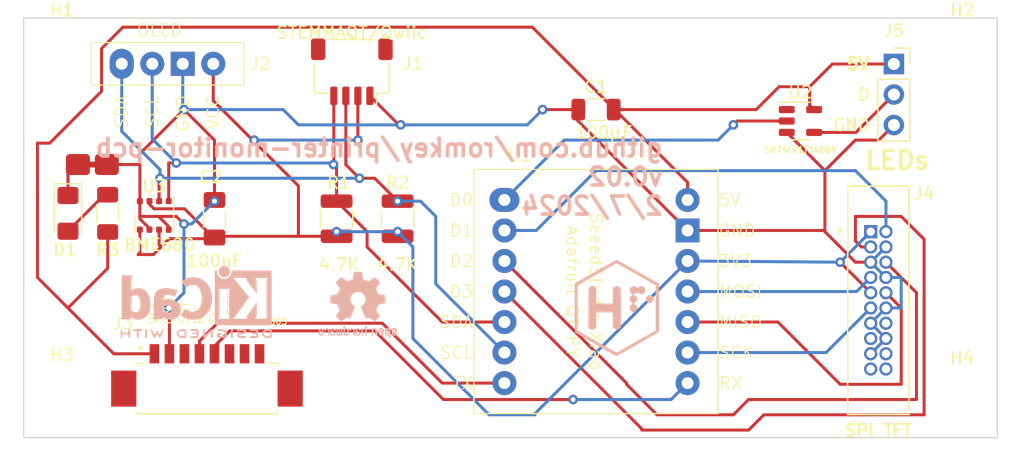
<source format=kicad_pcb>
(kicad_pcb (version 20221018) (generator pcbnew)

  (general
    (thickness 1.6)
  )

  (paper "A4")
  (layers
    (0 "F.Cu" signal)
    (31 "B.Cu" signal)
    (32 "B.Adhes" user "B.Adhesive")
    (33 "F.Adhes" user "F.Adhesive")
    (34 "B.Paste" user)
    (35 "F.Paste" user)
    (36 "B.SilkS" user "B.Silkscreen")
    (37 "F.SilkS" user "F.Silkscreen")
    (38 "B.Mask" user)
    (39 "F.Mask" user)
    (40 "Dwgs.User" user "User.Drawings")
    (41 "Cmts.User" user "User.Comments")
    (42 "Eco1.User" user "User.Eco1")
    (43 "Eco2.User" user "User.Eco2")
    (44 "Edge.Cuts" user)
    (45 "Margin" user)
    (46 "B.CrtYd" user "B.Courtyard")
    (47 "F.CrtYd" user "F.Courtyard")
    (48 "B.Fab" user)
    (49 "F.Fab" user)
    (50 "User.1" user)
    (51 "User.2" user)
    (52 "User.3" user)
    (53 "User.4" user)
    (54 "User.5" user)
    (55 "User.6" user)
    (56 "User.7" user)
    (57 "User.8" user)
    (58 "User.9" user)
  )

  (setup
    (pad_to_mask_clearance 0)
    (pcbplotparams
      (layerselection 0x00010fc_ffffffff)
      (plot_on_all_layers_selection 0x0000000_00000000)
      (disableapertmacros false)
      (usegerberextensions false)
      (usegerberattributes true)
      (usegerberadvancedattributes true)
      (creategerberjobfile true)
      (dashed_line_dash_ratio 12.000000)
      (dashed_line_gap_ratio 3.000000)
      (svgprecision 4)
      (plotframeref false)
      (viasonmask false)
      (mode 1)
      (useauxorigin false)
      (hpglpennumber 1)
      (hpglpenspeed 20)
      (hpglpendiameter 15.000000)
      (dxfpolygonmode true)
      (dxfimperialunits true)
      (dxfusepcbnewfont true)
      (psnegative false)
      (psa4output false)
      (plotreference true)
      (plotvalue true)
      (plotinvisibletext false)
      (sketchpadsonfab false)
      (subtractmaskfromsilk false)
      (outputformat 1)
      (mirror false)
      (drillshape 1)
      (scaleselection 1)
      (outputdirectory "")
    )
  )

  (net 0 "")
  (net 1 "+3.3V")
  (net 2 "GND")
  (net 3 "/SCL")
  (net 4 "/SDA")
  (net 5 "+5V")
  (net 6 "/PM_RX")
  (net 7 "/PM_TX")
  (net 8 "/LED_DATA")
  (net 9 "/D_CS")
  (net 10 "/D_DCRS")
  (net 11 "/D_RST")
  (net 12 "/SCK")
  (net 13 "/DI")
  (net 14 "/DO")
  (net 15 "unconnected-(U2-NC-Pad1)")
  (net 16 "Net-(J5-Pin_2)")
  (net 17 "unconnected-(J3-SET-Pad3)")
  (net 18 "unconnected-(J3-RESET-Pad6)")
  (net 19 "unconnected-(J3-Pad7)")
  (net 20 "unconnected-(J3-Pad8)")
  (net 21 "unconnected-(J4-Pin_14-Pad14)")
  (net 22 "unconnected-(J4-Pin_15-Pad15)")
  (net 23 "unconnected-(J4-Pin_18-Pad18)")
  (net 24 "unconnected-(J4-Pin_19-Pad19)")
  (net 25 "unconnected-(J4-Pin_20-Pad20)")
  (net 26 "Net-(D1-K)")
  (net 27 "Net-(D1-A)")

  (footprint "LED_SMD:LED_1206_3216Metric_Pad1.42x1.75mm_HandSolder" (layer "F.Cu") (at 41.148 41.656 -90))

  (footprint "Package_LGA:Bosch_LGA-8_3x3mm_P0.8mm_ClockwisePinNumbering" (layer "F.Cu") (at 48.33 41.8275))

  (footprint "1myFootprints:Xiao ESP32S3" (layer "F.Cu") (at 82.55 60.86))

  (footprint "Capacitor_SMD:C_1206_3216Metric_Pad1.33x1.80mm_HandSolder" (layer "F.Cu") (at 53.34 42.1025 90))

  (footprint "1myFootprints:Generic I2C OLED" (layer "F.Cu") (at 58.32 29.21 90))

  (footprint "1myFootprints:PMS5003 Connector" (layer "F.Cu") (at 53.32 61.13))

  (footprint "Package_TO_SOT_SMD:SOT-23-5" (layer "F.Cu") (at 102.1025 33.97))

  (footprint "Resistor_SMD:R_1210_3225Metric" (layer "F.Cu") (at 63.5 42.1025 90))

  (footprint "Resistor_SMD:R_1210_3225Metric" (layer "F.Cu") (at 68.58 42.1025 90))

  (footprint "MountingHole:MountingHole_2.7mm_M2.5" (layer "F.Cu") (at 40.64 28.448))

  (footprint "1myFootprints:Cuttable Pad 1206" (layer "F.Cu") (at 42.97625 44.077))

  (footprint "Capacitor_SMD:C_1206_3216Metric" (layer "F.Cu") (at 85.09 33.02 180))

  (footprint "1myFootprints:AMPHENOL_20021511-00020T4LF" (layer "F.Cu") (at 108.585 48.895 -90))

  (footprint "MountingHole:MountingHole_2.7mm_M2.5" (layer "F.Cu") (at 115.57 57.404))

  (footprint "Resistor_SMD:R_1206_3216Metric_Pad1.30x1.75mm_HandSolder" (layer "F.Cu") (at 44.45 41.656 90))

  (footprint "MountingHole:MountingHole_2.7mm_M2.5" (layer "F.Cu") (at 40.64 57.15))

  (footprint "MountingHole:MountingHole_2.7mm_M2.5" (layer "F.Cu") (at 115.57 28.448))

  (footprint "Connector_PinSocket_2.54mm:PinSocket_1x03_P2.54mm_Vertical" (layer "F.Cu") (at 109.88 29.225))

  (footprint "Connector_JST:JST_SH_SM04B-SRSS-TB_1x04-1MP_P1.00mm_Horizontal" (layer "F.Cu") (at 64.77 29.875 180))

  (footprint "1myFootprints:OSHW-Logo2_7.3x6mm_SilkScreen" (layer "B.Cu") (at 65.278 49.276 180))

  (footprint "Symbol:KiCad-Logo2_5mm_SilkScreen" (layer "B.Cu") (at 51.816 49.022 180))

  (footprint "1myFootprints:CTRLH Logo" (layer "B.Cu") (at 86.995 49.53 180))

  (gr_rect (start 37.465 25.4) (end 118.491 60.325)
    (stroke (width 0.1) (type default)) (fill none) (layer "Edge.Cuts") (tstamp efff8950-9f57-4984-9674-52a129ad9f46))
  (gr_text "github.com/romkey/printer-monitor-pcb\nv0.02\n2/7/2024" (at 90.805 41.91) (layer "B.SilkS") (tstamp 15ec6739-107e-4ff7-8c07-29166c9b600b)
    (effects (font (size 1.5 1.5) (thickness 0.3) bold) (justify left bottom mirror))
  )
  (gr_text "SPI TFT" (at 108.585 60.325) (layer "F.SilkS") (tstamp 21e74698-6ce0-42d0-8839-20a79f6a38d7)
    (effects (font (size 1 1) (thickness 0.2) bold) (justify bottom))
  )
  (gr_text "5V" (at 107.975 29.225) (layer "F.SilkS") (tstamp 3a5790ef-7103-42ad-abf4-08453b281012)
    (effects (font (size 1 1) (thickness 0.25) bold) (justify right))
  )
  (gr_text "LEDs" (at 107.34 38.115) (layer "F.SilkS") (tstamp 4d8e40be-f19a-4f57-a1ec-5d9a9bbc1e3f)
    (effects (font (size 1.5 1.5) (thickness 0.3) bold) (justify left bottom))
  )
  (gr_text "GND" (at 107.975 34.305) (layer "F.SilkS") (tstamp 65887b9a-467b-424a-9cf7-06ec85739caa)
    (effects (font (size 1 1) (thickness 0.15)) (justify right))
  )
  (gr_text "D" (at 107.975 31.765) (layer "F.SilkS") (tstamp 9a6337cd-85d7-426f-a839-b84e3037386a)
    (effects (font (size 1 1) (thickness 0.15)) (justify right))
  )
  (gr_text "STEMMAQT/Qwiic" (at 64.77 27.19) (layer "F.SilkS") (tstamp a49ce2bf-ff79-45de-8bfc-dda9a89bcd6e)
    (effects (font (size 1 1) (thickness 0.15)) (justify bottom))
  )

  (segment (start 60.325 43.565) (end 53.54 43.565) (width 0.25) (layer "F.Cu") (net 1) (tstamp 3421c788-aa2a-4fa3-9ae7-5d2e8f97d3ad))
  (segment (start 47.13 44.945) (end 47.13 43.015) (width 0.25) (layer "F.Cu") (net 1) (tstamp 36970b8d-adf3-4f5c-a9dd-6d9e9442e27c))
  (segment (start 60.325 39.37) (end 60.325 43.565) (width 0.25) (layer "F.Cu") (net 1) (tstamp 41c3aa8c-f8b6-4128-b2f6-22b2c69cca29))
  (segment (start 53.24 29.21) (end 53.24 32.285) (width 0.25) (layer "F.Cu") (net 1) (tstamp 425973b3-aed3-4fdf-abe5-3cdd5f8fa364))
  (segment (start 50.85 41.275) (end 53.34 43.765) (width 0.25) (layer "F.Cu") (net 1) (tstamp 48877f8f-2a60-4804-b230-1b3b37e6e58c))
  (segment (start 48.73 44.285) (end 48.73 43.015) (width 0.25) (layer "F.Cu") (net 1) (tstamp 54e1e4e8-9b0a-4274-9c7e-57caf58702f5))
  (segment (start 65.27 31.875) (end 65.27 35.552) (width 0.25) (layer "F.Cu") (net 1) (tstamp 593f2a36-25e3-4ee4-85ea-f9b391010cd2))
  (segment (start 48.895 44.45) (end 48.26 45.085) (width 0.25) (layer "F.Cu") (net 1) (tstamp 727db957-43f6-4dd9-98f5-925eb31bc52e))
  (segment (start 65.278 35.56) (end 65.27 35.552) (width 0.25) (layer "F.Cu") (net 1) (tstamp 7de13403-8139-42d4-b6cf-87584bca9c9e))
  (segment (start 46.99 45.085) (end 47.13 44.945) (width 0.25) (layer "F.Cu") (net 1) (tstamp 8b1cb4cb-7d97-4485-be12-b678ca5b671d))
  (segment (start 56.769 35.814) (end 56.896 35.814) (width 0.25) (layer "F.Cu") (net 1) (tstamp 96bca5a6-3de9-4e64-92a7-bc7d3e1f8233))
  (segment (start 48.302501 41.275) (end 50.85 41.275) (width 0.25) (layer "F.Cu") (net 1) (tstamp a12a1f32-cc8f-4174-8444-44e0d4761991))
  (segment (start 48.895 44.45) (end 48.73 44.285) (width 0.25) (layer "F.Cu") (net 1) (tstamp a7fc076f-9989-4d12-8b9b-9d43169c5d45))
  (segment (start 48.26 45.085) (end 46.99 45.085) (width 0.25) (layer "F.Cu") (net 1) (tstamp ab9f76b3-41f5-40b9-ad16-2f1b0b7ce1d7))
  (segment (start 56.896 35.941) (end 60.325 39.37) (width 0.25) (layer "F.Cu") (net 1) (tstamp b6103472-a2b2-4d28-aaf8-313b19eb5515))
  (segment (start 49.58 43.765) (end 48.89
... [25841 chars truncated]
</source>
